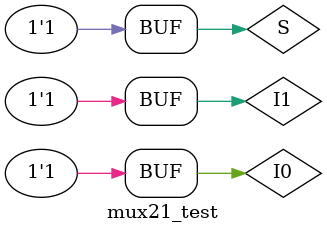
<source format=sv>
module mux21_test;
reg I0,I1,S;
wire Y;
  mux21 dut(I0,I1,S,Y);
  initial begin
      I0=1'b0; I1=1'b0; S=1'b0;
   #5 I0=1'b0; I1=1'b0; S=1'b1;
   #5 I0=1'b0; I1=1'b1; S=1'b0;
   #5 I0=1'b0; I1=1'b1; S=1'b1;
   #5 I0=1'b1; I1=1'b0; S=1'b0;
   #5 I0=1'b1; I1=1'b0; S=1'b1;
   #5 I0=1'b1; I1=1'b1; S=1'b0;
   #5 I0=1'b1; I1=1'b1; S=1'b1;
  end
  initial begin
    $monitor("Sim time=%0t,I1=%b,I0=%b,S=%b,Y=%b",$time,I1,I0,S,Y);
  end
  initial begin
    $dumpfile("dump.vcd");
    $dumpvars(0,I1,I0,S,Y);
  end 
endmodule

</source>
